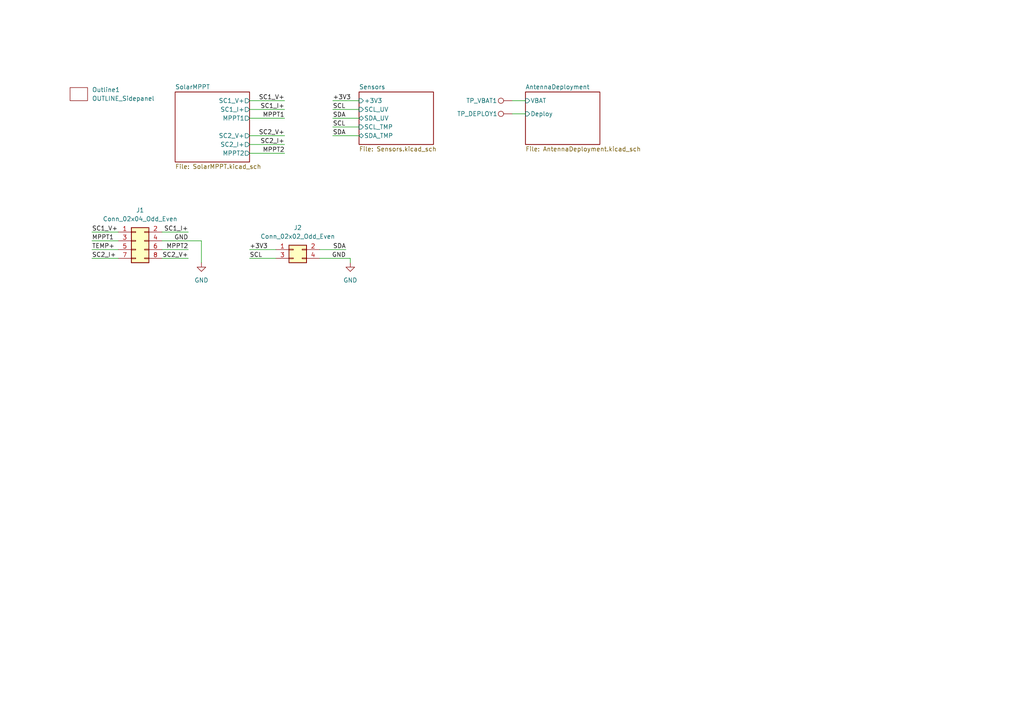
<source format=kicad_sch>
(kicad_sch (version 20211123) (generator eeschema)
  (paper "A4")
  (lib_symbols
    (symbol "Connector:TestPoint" (pin_numbers hide) (pin_names (offset 0.762) hide)
      (property "Reference" "TP" (at 0 6.858 0))
      (property "Value" "TestPoint" (at 0 5.08 0))
      (symbol "TestPoint_0_1"
        (circle (center 0 3.302) (radius 0.762))
      )
      (symbol "TestPoint_1_1"
        (pin passive line (at 0 0 90) (length 2.54) (name "1") (number "1"))
      )
    )
    (symbol "Connector_Generic:Conn_02x02_Odd_Even" (pin_names (offset 1.016) hide)
      (property "Reference" "J" (at 1.27 2.54 0))
      (property "Value" "Conn_02x02_Odd_Even" (at 1.27 -5.08 0))
      (symbol "Conn_02x02_Odd_Even_1_1"
        (rectangle (start -1.27 -2.413) (end 0 -2.667) (stroke (width 0.1524)))
        (rectangle (start -1.27 0.127) (end 0 -0.127) (stroke (width 0.1524)))
        (rectangle (start -1.27 1.27) (end 3.81 -3.81) (stroke (width 0.254)) (fill (type background)))
        (rectangle (start 3.81 -2.413) (end 2.54 -2.667) (stroke (width 0.1524)))
        (rectangle (start 3.81 0.127) (end 2.54 -0.127) (stroke (width 0.1524)))
        (pin passive line (at -5.08 0 0) (length 3.81) (name "Pin_1") (number "1"))
        (pin passive line (at 7.62 0 180) (length 3.81) (name "Pin_2") (number "2"))
        (pin passive line (at -5.08 -2.54 0) (length 3.81) (name "Pin_3") (number "3"))
        (pin passive line (at 7.62 -2.54 180) (length 3.81) (name "Pin_4") (number "4"))
      )
    )
    (symbol "Connector_Generic:Conn_02x04_Odd_Even" (pin_names (offset 1.016) hide)
      (property "Reference" "J" (at 1.27 5.08 0))
      (property "Value" "Conn_02x04_Odd_Even" (at 1.27 -7.62 0))
      (symbol "Conn_02x04_Odd_Even_1_1"
        (rectangle (start -1.27 -4.953) (end 0 -5.207) (stroke (width 0.1524)))
        (rectangle (start -1.27 -2.413) (end 0 -2.667) (stroke (width 0.1524)))
        (rectangle (start -1.27 0.127) (end 0 -0.127) (stroke (width 0.1524)))
        (rectangle (start -1.27 2.667) (end 0 2.413) (stroke (width 0.1524)))
        (rectangle (start -1.27 3.81) (end 3.81 -6.35) (stroke (width 0.254)) (fill (type background)))
        (rectangle (start 3.81 -4.953) (end 2.54 -5.207) (stroke (width 0.1524)))
        (rectangle (start 3.81 -2.413) (end 2.54 -2.667) (stroke (width 0.1524)))
        (rectangle (start 3.81 0.127) (end 2.54 -0.127) (stroke (width 0.1524)))
        (rectangle (start 3.81 2.667) (end 2.54 2.413) (stroke (width 0.1524)))
        (pin passive line (at -5.08 2.54 0) (length 3.81) (name "Pin_1") (number "1"))
        (pin passive line (at 7.62 2.54 180) (length 3.81) (name "Pin_2") (number "2"))
        (pin passive line (at -5.08 0 0) (length 3.81) (name "Pin_3") (number "3"))
        (pin passive line (at 7.62 0 180) (length 3.81) (name "Pin_4") (number "4"))
        (pin passive line (at -5.08 -2.54 0) (length 3.81) (name "Pin_5") (number "5"))
        (pin passive line (at 7.62 -2.54 180) (length 3.81) (name "Pin_6") (number "6"))
        (pin passive line (at -5.08 -5.08 0) (length 3.81) (name "Pin_7") (number "7"))
        (pin passive line (at 7.62 -5.08 180) (length 3.81) (name "Pin_8") (number "8"))
      )
    )
    (symbol "USER_Outline:OUTLINE_Sidepanel" (in_bom no)
      (property "Reference" "Outline?" (at 3.81 -3.1749 0))
      (property "Value" "OUTLINE_Sidepanel" (at 3.81 -5.7149 0))
      (symbol "OUTLINE_Sidepanel_0_1"
        (rectangle (start -2.54 -2.54) (end 2.54 -6.35))
      )
    )
    (symbol "power:GND" (power) (pin_names (offset 0))
      (property "Value" "GND" (at 0 -3.81 0))
      (symbol "GND_0_1"
        (polyline (pts (xy 0 0) (xy 0 -1.27) (xy 1.27 -1.27) (xy 0 -2.54) (xy -1.27 -1.27) (xy 0 -1.27)))
      )
      (symbol "GND_1_1"
        (pin power_in line (at 0 0 270) (length 0) hide (name "GND") (number "1"))
      )
    )
  )
  (wire (pts (xy 26.67 67.31) (xy 34.29 67.31)))
  (wire (pts (xy 54.61 74.93) (xy 46.99 74.93)))
  (wire (pts (xy 96.52 39.37) (xy 104.14 39.37)))
  (wire (pts (xy 72.39 29.21) (xy 82.55 29.21)))
  (wire (pts (xy 96.52 36.83) (xy 104.14 36.83)))
  (wire (pts (xy 26.67 74.93) (xy 34.29 74.93)))
  (wire (pts (xy 58.42 76.2) (xy 58.42 69.85)))
  (wire (pts (xy 72.39 39.37) (xy 82.55 39.37)))
  (wire (pts (xy 101.6 76.2) (xy 101.6 74.93)))
  (wire (pts (xy 72.39 34.29) (xy 82.55 34.29)))
  (wire (pts (xy 72.39 72.39) (xy 80.01 72.39)))
  (wire (pts (xy 54.61 67.31) (xy 46.99 67.31)))
  (wire (pts (xy 72.39 44.45) (xy 82.55 44.45)))
  (wire (pts (xy 96.52 34.29) (xy 104.14 34.29)))
  (wire (pts (xy 54.61 72.39) (xy 46.99 72.39)))
  (wire (pts (xy 92.71 74.93) (xy 101.6 74.93)))
  (wire (pts (xy 72.39 31.75) (xy 82.55 31.75)))
  (wire (pts (xy 72.39 74.93) (xy 80.01 74.93)))
  (wire (pts (xy 96.52 31.75) (xy 104.14 31.75)))
  (wire (pts (xy 92.71 72.39) (xy 100.33 72.39)))
  (wire (pts (xy 148.59 33.02) (xy 152.4 33.02)))
  (wire (pts (xy 148.59 29.21) (xy 152.4 29.21)))
  (wire (pts (xy 72.39 41.91) (xy 82.55 41.91)))
  (wire (pts (xy 46.99 69.85) (xy 58.42 69.85)))
  (wire (pts (xy 26.67 69.85) (xy 34.29 69.85)))
  (wire (pts (xy 96.52 29.21) (xy 104.14 29.21)))
  (wire (pts (xy 26.67 72.39) (xy 34.29 72.39)))
  (label "SC1_I+" (at 54.61 67.31 180))
  (label "MPPT2" (at 82.55 44.45 180))
  (label "MPPT1" (at 26.67 69.85 0))
  (label "SC1_V+" (at 82.55 29.21 180))
  (label "SC2_V+" (at 82.55 39.37 180))
  (label "SC2_V+" (at 54.61 74.93 180))
  (label "SC1_I+" (at 82.55 31.75 180))
  (label "GND" (at 54.61 69.85 180))
  (label "MPPT2" (at 54.61 72.39 180))
  (label "SCL" (at 72.39 74.93 0))
  (label "GND" (at 100.33 74.93 180))
  (label "SDA" (at 96.52 34.29 0))
  (label "TEMP+" (at 26.67 72.39 0))
  (label "MPPT1" (at 82.55 34.29 180))
  (label "SCL" (at 96.52 31.75 0))
  (label "+3V3" (at 72.39 72.39 0))
  (label "SC2_I+" (at 26.67 74.93 0))
  (label "SCL" (at 96.52 36.83 0))
  (label "+3V3" (at 96.52 29.21 0))
  (label "SDA" (at 96.52 39.37 0))
  (label "SC1_V+" (at 26.67 67.31 0))
  (label "SDA" (at 100.33 72.39 180))
  (label "SC2_I+" (at 82.55 41.91 180))
  (symbol (lib_id "power:GND") (at 58.42 76.2 0) (unit 1)
    (property "Reference" "#PWR0111" (effects hide))
    (property "Value" "GND" (at 58.42 81.28 0))
  )
  (symbol (lib_id "USER_Outline:OUTLINE_Sidepanel") (at 22.86 22.86 0) (unit 1) (in_bom no)
    (property "Reference" "Outline1" (at 26.67 26.0349 0) (effects (justify left)))
    (property "Value" "OUTLINE_Sidepanel" (at 26.67 28.5749 0) (effects (justify left)))
    (property "Footprint" "USER_OUTLINE:OUTLINE_SidepanelZ+" (effects hide))
  )
  (symbol (lib_id "Connector_Generic:Conn_02x04_Odd_Even") (at 39.37 69.85 0) (unit 1)
    (property "Reference" "J1" (at 40.64 60.96 0))
    (property "Value" "Conn_02x04_Odd_Even" (at 40.64 63.5 0))
    (property "Footprint" "SamacSys:M808280842" (effects hide))
  )
  (symbol (lib_id "Connector_Generic:Conn_02x02_Odd_Even") (at 85.09 72.39 0) (unit 1)
    (property "Reference" "J2" (at 86.36 66.04 0))
    (property "Value" "Conn_02x02_Odd_Even" (at 86.36 68.58 0))
    (property "Footprint" "USER_Passiv:M80-8280442" (effects hide))
  )
  (symbol (lib_id "power:GND") (at 101.6 76.2 0) (unit 1)
    (property "Reference" "#PWR0112" (effects hide))
    (property "Value" "GND" (at 101.6 81.28 0))
  )
  (symbol (lib_id "Connector:TestPoint") (at 148.59 29.21 90) (unit 1)
    (property "Reference" "TP_VBAT1" (at 139.7 29.21 90))
    (property "Value" "TestPoint" (effects hide))
    (property "Footprint" "TestPoint:TestPoint_Loop_D1.80mm_Drill1.0mm_Beaded" (effects hide))
  )
  (symbol (lib_id "Connector:TestPoint") (at 148.59 33.02 90) (unit 1)
    (property "Reference" "TP_DEPLOY1" (at 138.43 33.02 90))
    (property "Value" "TestPoint" (effects hide))
    (property "Footprint" "TestPoint:TestPoint_Loop_D1.80mm_Drill1.0mm_Beaded" (effects hide))
  )
  (sheet (at 152.4 26.67) (size 21.59 15.24) (stroke (width 0.1524))
    (property "Sheet name" "AntennaDeployment" (at 152.4 25.9584 0) (effects (justify left bottom)))
    (property "Sheet file" "AntennaDeployment.kicad_sch" (at 152.4 42.4946 0) (effects (justify left top)))
    (pin "VBAT" input (at 152.4 29.21 180))
    (pin "Deploy" input (at 152.4 33.02 180))
  )
  (sheet (at 50.8 26.67) (size 21.59 20.32) (stroke (width 0.1524))
    (property "Sheet name" "SolarMPPT" (at 50.8 25.9584 0) (effects (justify left bottom)))
    (property "Sheet file" "SolarMPPT.kicad_sch" (at 50.8 47.5746 0) (effects (justify left top)))
    (pin "SC2_I+" output (at 72.39 41.91 0))
    (pin "MPPT2" output (at 72.39 44.45 0))
    (pin "SC1_V+" output (at 72.39 29.21 0))
    (pin "SC1_I+" output (at 72.39 31.75 0))
    (pin "MPPT1" output (at 72.39 34.29 0))
    (pin "SC2_V+" output (at 72.39 39.37 0))
  )
  (sheet (at 104.14 26.67) (size 21.59 15.24) (stroke (width 0.1524))
    (property "Sheet name" "Sensors" (at 104.14 25.9584 0) (effects (justify left bottom)))
    (property "Sheet file" "Sensors.kicad_sch" (at 104.14 42.4946 0) (effects (justify left top)))
    (pin "+3V3" input (at 104.14 29.21 180))
    (pin "SCL_UV" input (at 104.14 31.75 180))
    (pin "SDA_UV" bidirectional (at 104.14 34.29 180))
    (pin "SCL_TMP" input (at 104.14 36.83 180))
    (pin "SDA_TMP" bidirectional (at 104.14 39.37 180))
  )
)
</source>
